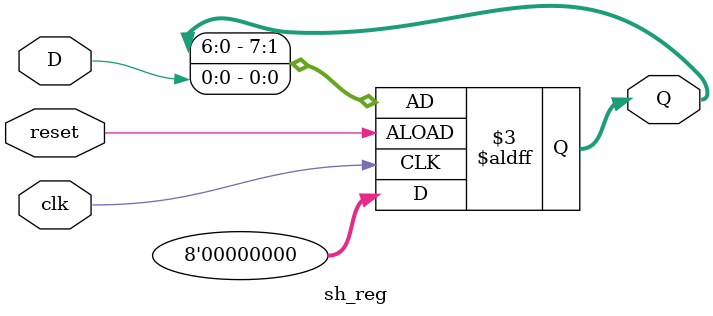
<source format=sv>

module sh_reg (
    input logic clk,
    input logic reset,
    output logic [7:0] Q,
    input logic D
    );
    
    
    always@(posedge clk or posedge reset)
    begin   
        if(~reset)
        begin   
           
            Q = 8'b00000000;
         end 
         else 
         begin
          Q[1] <= Q[0];
            Q[2] <= Q[1];
            Q[3] <= Q[2];
            Q[4] <= Q[3];
            Q[5] <= Q[4];
            Q[6] <= Q[5];
            Q[7] <= Q[6];
            Q[8] <= Q[7];
            Q[0] <= D;
         end 
   end        
endmodule

</source>
